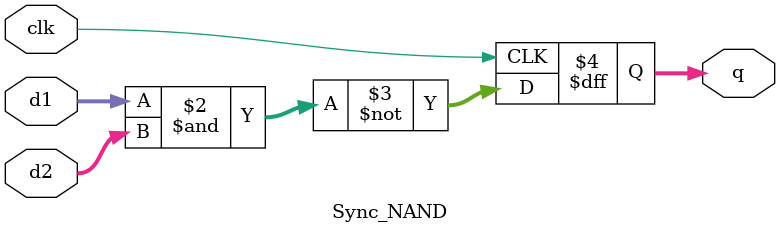
<source format=sv>
module Sync_NAND(
    input clk,
    input [7:0] d1, d2,
    output reg [7:0] q
);
    always @(posedge clk) begin
        q <= ~(d1 & d2);  // 时钟驱动输出
    end
endmodule

</source>
